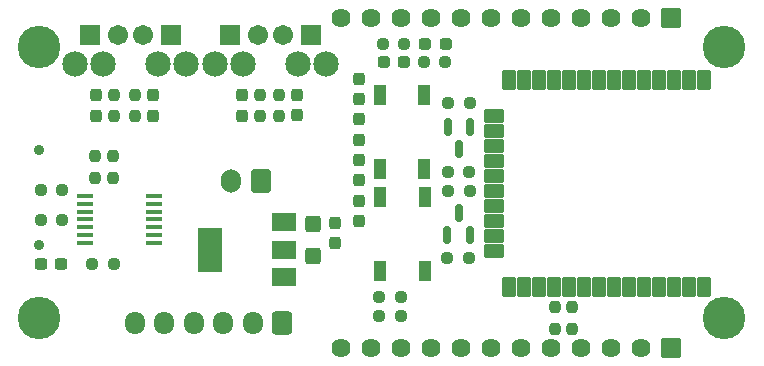
<source format=gbr>
%TF.GenerationSoftware,KiCad,Pcbnew,7.0.6*%
%TF.CreationDate,2023-10-11T20:15:21+08:00*%
%TF.ProjectId,PCB_ESP32WROOM32E_RPI_Zero_Form_Hackster,5043425f-4553-4503-9332-57524f4f4d33,rev?*%
%TF.SameCoordinates,Original*%
%TF.FileFunction,Soldermask,Top*%
%TF.FilePolarity,Negative*%
%FSLAX46Y46*%
G04 Gerber Fmt 4.6, Leading zero omitted, Abs format (unit mm)*
G04 Created by KiCad (PCBNEW 7.0.6) date 2023-10-11 20:15:21*
%MOMM*%
%LPD*%
G01*
G04 APERTURE LIST*
G04 Aperture macros list*
%AMRoundRect*
0 Rectangle with rounded corners*
0 $1 Rounding radius*
0 $2 $3 $4 $5 $6 $7 $8 $9 X,Y pos of 4 corners*
0 Add a 4 corners polygon primitive as box body*
4,1,4,$2,$3,$4,$5,$6,$7,$8,$9,$2,$3,0*
0 Add four circle primitives for the rounded corners*
1,1,$1+$1,$2,$3*
1,1,$1+$1,$4,$5*
1,1,$1+$1,$6,$7*
1,1,$1+$1,$8,$9*
0 Add four rect primitives between the rounded corners*
20,1,$1+$1,$2,$3,$4,$5,0*
20,1,$1+$1,$4,$5,$6,$7,0*
20,1,$1+$1,$6,$7,$8,$9,0*
20,1,$1+$1,$8,$9,$2,$3,0*%
G04 Aperture macros list end*
%ADD10RoundRect,0.237500X-0.237500X0.300000X-0.237500X-0.300000X0.237500X-0.300000X0.237500X0.300000X0*%
%ADD11R,2.000000X1.500000*%
%ADD12R,2.000000X3.800000*%
%ADD13RoundRect,0.237500X0.287500X0.237500X-0.287500X0.237500X-0.287500X-0.237500X0.287500X-0.237500X0*%
%ADD14RoundRect,0.237500X0.237500X-0.250000X0.237500X0.250000X-0.237500X0.250000X-0.237500X-0.250000X0*%
%ADD15RoundRect,0.237500X0.300000X0.237500X-0.300000X0.237500X-0.300000X-0.237500X0.300000X-0.237500X0*%
%ADD16RoundRect,0.237500X0.250000X0.237500X-0.250000X0.237500X-0.250000X-0.237500X0.250000X-0.237500X0*%
%ADD17RoundRect,0.237500X-0.250000X-0.237500X0.250000X-0.237500X0.250000X0.237500X-0.250000X0.237500X0*%
%ADD18RoundRect,0.150000X-0.150000X0.587500X-0.150000X-0.587500X0.150000X-0.587500X0.150000X0.587500X0*%
%ADD19RoundRect,0.237500X0.237500X-0.300000X0.237500X0.300000X-0.237500X0.300000X-0.237500X-0.300000X0*%
%ADD20R,1.000000X1.700000*%
%ADD21RoundRect,0.102000X-0.450000X0.750000X-0.450000X-0.750000X0.450000X-0.750000X0.450000X0.750000X0*%
%ADD22RoundRect,0.102000X-0.750000X-0.450000X0.750000X-0.450000X0.750000X0.450000X-0.750000X0.450000X0*%
%ADD23R,1.473200X0.355600*%
%ADD24RoundRect,0.250000X0.600000X0.725000X-0.600000X0.725000X-0.600000X-0.725000X0.600000X-0.725000X0*%
%ADD25O,1.700000X1.950000*%
%ADD26RoundRect,0.237500X-0.237500X0.250000X-0.237500X-0.250000X0.237500X-0.250000X0.237500X0.250000X0*%
%ADD27RoundRect,0.250000X-0.425000X0.450000X-0.425000X-0.450000X0.425000X-0.450000X0.425000X0.450000X0*%
%ADD28RoundRect,0.102000X0.754000X0.754000X-0.754000X0.754000X-0.754000X-0.754000X0.754000X-0.754000X0*%
%ADD29C,1.712000*%
%ADD30C,2.154000*%
%ADD31RoundRect,0.237500X-0.287500X-0.237500X0.287500X-0.237500X0.287500X0.237500X-0.287500X0.237500X0*%
%ADD32RoundRect,0.250000X0.600000X0.750000X-0.600000X0.750000X-0.600000X-0.750000X0.600000X-0.750000X0*%
%ADD33O,1.700000X2.000000*%
%ADD34RoundRect,0.150000X0.150000X-0.587500X0.150000X0.587500X-0.150000X0.587500X-0.150000X-0.587500X0*%
%ADD35C,3.600000*%
%ADD36RoundRect,0.050000X0.762000X0.762000X-0.762000X0.762000X-0.762000X-0.762000X0.762000X-0.762000X0*%
%ADD37C,1.624000*%
%ADD38RoundRect,0.102000X-0.754000X-0.754000X0.754000X-0.754000X0.754000X0.754000X-0.754000X0.754000X0*%
%ADD39C,0.900000*%
G04 APERTURE END LIST*
D10*
%TO.C,C21*%
X98200000Y-87237500D03*
X98200000Y-88962500D03*
%TD*%
%TO.C,C3*%
X92975000Y-88612500D03*
X92975000Y-90337500D03*
%TD*%
D11*
%TO.C,U4*%
X91850000Y-104000000D03*
X91850000Y-101700000D03*
D12*
X85550000Y-101700000D03*
D11*
X91850000Y-99400000D03*
%TD*%
D13*
%TO.C,D2*%
X105523000Y-84280000D03*
X103773000Y-84280000D03*
%TD*%
D10*
%TO.C,C10*%
X98168000Y-90662000D03*
X98168000Y-92387000D03*
%TD*%
D14*
%TO.C,R1*%
X75849000Y-95606700D03*
X75849000Y-93781700D03*
%TD*%
D15*
%TO.C,C2*%
X72962500Y-102950000D03*
X71237500Y-102950000D03*
%TD*%
D16*
%TO.C,R15*%
X105473000Y-85852000D03*
X103648000Y-85852000D03*
%TD*%
D17*
%TO.C,R8*%
X99887500Y-107350000D03*
X101712500Y-107350000D03*
%TD*%
D18*
%TO.C,Q2*%
X107593500Y-91294500D03*
X105693500Y-91294500D03*
X106643500Y-93169500D03*
%TD*%
D10*
%TO.C,C6*%
X88275000Y-88637500D03*
X88275000Y-90362500D03*
%TD*%
D16*
%TO.C,R3*%
X73051500Y-96644200D03*
X71226500Y-96644200D03*
%TD*%
%TO.C,R12*%
X107570500Y-89312000D03*
X105745500Y-89312000D03*
%TD*%
%TO.C,R4*%
X73062500Y-99150000D03*
X71237500Y-99150000D03*
%TD*%
D19*
%TO.C,C20*%
X98200000Y-99312500D03*
X98200000Y-97587500D03*
%TD*%
D14*
%TO.C,R2*%
X77399000Y-95606700D03*
X77399000Y-93781700D03*
%TD*%
D17*
%TO.C,R11*%
X105655500Y-102412000D03*
X107480500Y-102412000D03*
%TD*%
D19*
%TO.C,C11*%
X98188000Y-95817000D03*
X98188000Y-94092000D03*
%TD*%
D17*
%TO.C,R19*%
X100179500Y-84280000D03*
X102004500Y-84280000D03*
%TD*%
D20*
%TO.C,S2*%
X99928000Y-94892000D03*
X99928000Y-88592000D03*
X103728000Y-94892000D03*
X103728000Y-88592000D03*
%TD*%
D16*
%TO.C,R14*%
X107530500Y-95087000D03*
X105705500Y-95087000D03*
%TD*%
D21*
%TO.C,IC1*%
X127360000Y-87350000D03*
X126090000Y-87350000D03*
X124820000Y-87350000D03*
X123550000Y-87350000D03*
X122280000Y-87350000D03*
X121010000Y-87350000D03*
X119740000Y-87350000D03*
X118470000Y-87350000D03*
X117200000Y-87350000D03*
X115930000Y-87350000D03*
X114660000Y-87350000D03*
X113390000Y-87350000D03*
X112120000Y-87350000D03*
X110850000Y-87350000D03*
D22*
X109600000Y-90385000D03*
X109600000Y-91655000D03*
X109600000Y-92925000D03*
X109600000Y-94195000D03*
X109600000Y-95465000D03*
X109600000Y-96735000D03*
X109600000Y-98005000D03*
X109600000Y-99275000D03*
X109600000Y-100545000D03*
X109600000Y-101815000D03*
D21*
X110850000Y-104850000D03*
X112120000Y-104850000D03*
X113390000Y-104850000D03*
X114660000Y-104850000D03*
X115930000Y-104850000D03*
X117200000Y-104850000D03*
X118470000Y-104850000D03*
X119740000Y-104850000D03*
X121010000Y-104850000D03*
X122280000Y-104850000D03*
X123550000Y-104850000D03*
X124820000Y-104850000D03*
X126090000Y-104850000D03*
X127360000Y-104850000D03*
%TD*%
D23*
%TO.C,U3*%
X80800000Y-101100000D03*
X80800000Y-100439600D03*
X80800000Y-99804600D03*
X80800000Y-99144200D03*
X80800000Y-98483800D03*
X80800000Y-97848800D03*
X80800000Y-97188400D03*
X74958000Y-97188400D03*
X74958000Y-97848800D03*
X74958000Y-98483800D03*
X74958000Y-99144200D03*
X74958000Y-99804600D03*
X74958000Y-100439600D03*
X74958000Y-101100000D03*
%TD*%
D14*
%TO.C,R18*%
X116250000Y-108412500D03*
X116250000Y-106587500D03*
%TD*%
%TO.C,R20*%
X114750000Y-108412500D03*
X114750000Y-106587500D03*
%TD*%
D24*
%TO.C,J4*%
X91700000Y-107900000D03*
D25*
X89200000Y-107900000D03*
X86700000Y-107900000D03*
X84200000Y-107900000D03*
X81700000Y-107900000D03*
X79200000Y-107900000D03*
%TD*%
D26*
%TO.C,R6*%
X79200000Y-88587500D03*
X79200000Y-90412500D03*
%TD*%
D27*
%TO.C,C8*%
X94300000Y-99550000D03*
X94300000Y-102250000D03*
%TD*%
D26*
%TO.C,R17*%
X89825000Y-88587500D03*
X89825000Y-90412500D03*
%TD*%
D20*
%TO.C,S1*%
X99946000Y-103547000D03*
X99946000Y-97247000D03*
X103746000Y-103547000D03*
X103746000Y-97247000D03*
%TD*%
D10*
%TO.C,C4*%
X80750000Y-88637500D03*
X80750000Y-90362500D03*
%TD*%
D17*
%TO.C,R7*%
X99887500Y-105750000D03*
X101712500Y-105750000D03*
%TD*%
D28*
%TO.C,S5*%
X82300000Y-83500000D03*
D29*
X77800000Y-83500000D03*
D30*
X83550000Y-86000000D03*
X76550000Y-86000000D03*
%TD*%
D31*
%TO.C,D11*%
X100265500Y-85822000D03*
X102015500Y-85822000D03*
%TD*%
D32*
%TO.C,J1*%
X89850000Y-95900000D03*
D33*
X87350000Y-95900000D03*
%TD*%
D16*
%TO.C,R13*%
X107548500Y-96697000D03*
X105723500Y-96697000D03*
%TD*%
%TO.C,R23*%
X77405000Y-102910000D03*
X75580000Y-102910000D03*
%TD*%
D26*
%TO.C,R16*%
X77450000Y-88587500D03*
X77450000Y-90412500D03*
%TD*%
D19*
%TO.C,C18*%
X96150000Y-101162500D03*
X96150000Y-99437500D03*
%TD*%
D10*
%TO.C,C5*%
X75900000Y-88637500D03*
X75900000Y-90362500D03*
%TD*%
D26*
%TO.C,R5*%
X91400000Y-88587500D03*
X91400000Y-90412500D03*
%TD*%
D34*
%TO.C,Q1*%
X105660500Y-100479500D03*
X107560500Y-100479500D03*
X106610500Y-98604500D03*
%TD*%
D35*
%TO.C,Coral_Dev_Board1*%
X129130000Y-107530000D03*
X129130000Y-84530000D03*
X71130000Y-107530000D03*
X71130000Y-84530000D03*
D36*
X124630000Y-82060000D03*
D37*
X122090000Y-82060000D03*
X119550000Y-82060000D03*
X117010000Y-82060000D03*
X114470000Y-82060000D03*
X111930000Y-82060000D03*
X109390000Y-82060000D03*
X106850000Y-82060000D03*
X104310000Y-82060000D03*
X101770000Y-82060000D03*
X99230000Y-82060000D03*
X96690000Y-82060000D03*
D36*
X124630000Y-110000000D03*
D37*
X122090000Y-110000000D03*
X119550000Y-110000000D03*
X117010000Y-110000000D03*
X114470000Y-110000000D03*
X111930000Y-110000000D03*
X109390000Y-110000000D03*
X106850000Y-110000000D03*
X104310000Y-110000000D03*
X101770000Y-110000000D03*
X99230000Y-110000000D03*
X96690000Y-110000000D03*
%TD*%
D28*
%TO.C,S6*%
X94150000Y-83500000D03*
D29*
X89650000Y-83500000D03*
D30*
X95400000Y-86000000D03*
X88400000Y-86000000D03*
%TD*%
D38*
%TO.C,S4*%
X75400000Y-83500000D03*
D29*
X79900000Y-83500000D03*
D30*
X74150000Y-86000000D03*
X81150000Y-86000000D03*
%TD*%
D39*
%TO.C,P2*%
X71070000Y-101300000D03*
X71070000Y-93300000D03*
%TD*%
D38*
%TO.C,S3*%
X87250000Y-83500000D03*
D29*
X91750000Y-83500000D03*
D30*
X86000000Y-86000000D03*
X93000000Y-86000000D03*
%TD*%
M02*

</source>
